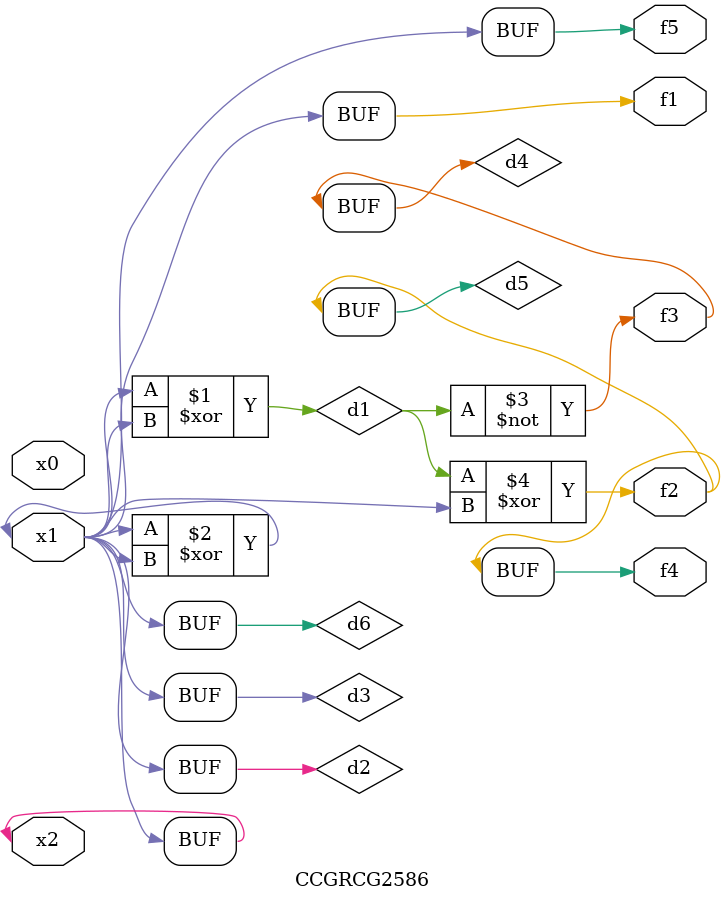
<source format=v>
module CCGRCG2586(
	input x0, x1, x2,
	output f1, f2, f3, f4, f5
);

	wire d1, d2, d3, d4, d5, d6;

	xor (d1, x1, x2);
	buf (d2, x1, x2);
	xor (d3, x1, x2);
	nor (d4, d1);
	xor (d5, d1, d2);
	buf (d6, d2, d3);
	assign f1 = d6;
	assign f2 = d5;
	assign f3 = d4;
	assign f4 = d5;
	assign f5 = d6;
endmodule

</source>
